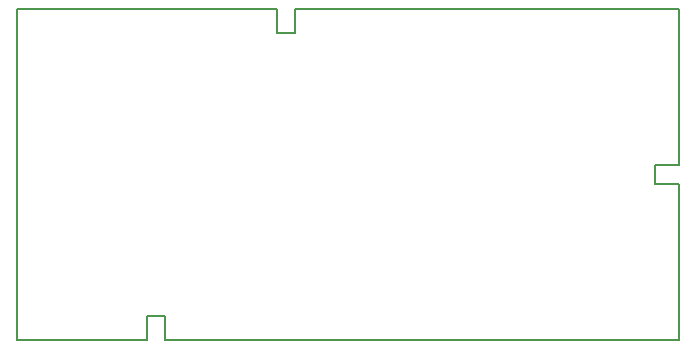
<source format=gm1>
G04 #@! TF.FileFunction,Profile,NP*
%FSLAX46Y46*%
G04 Gerber Fmt 4.6, Leading zero omitted, Abs format (unit mm)*
G04 Created by KiCad (PCBNEW 4.0.7) date 03/28/18 09:41:18*
%MOMM*%
%LPD*%
G01*
G04 APERTURE LIST*
%ADD10C,0.100000*%
%ADD11C,0.150000*%
G04 APERTURE END LIST*
D10*
D11*
X140600000Y-107500000D02*
X140600000Y-94300000D01*
X140600000Y-109100000D02*
X140600000Y-122300000D01*
X138600000Y-107500000D02*
X140600000Y-107500000D01*
X138600000Y-109100000D02*
X138600000Y-107500000D01*
X140600000Y-109100000D02*
X138600000Y-109100000D01*
X97100000Y-122300000D02*
X140600000Y-122300000D01*
X84600000Y-122300000D02*
X95600000Y-122300000D01*
X108100000Y-94300000D02*
X140600000Y-94300000D01*
X84600000Y-94300000D02*
X106600000Y-94300000D01*
X108100000Y-96300000D02*
X108100000Y-94300000D01*
X106600000Y-96300000D02*
X108100000Y-96300000D01*
X106600000Y-94300000D02*
X106600000Y-96300000D01*
X97100000Y-120300000D02*
X97100000Y-122300000D01*
X95600000Y-120300000D02*
X97100000Y-120300000D01*
X95600000Y-122300000D02*
X95600000Y-120300000D01*
X84600000Y-94300000D02*
X84600000Y-122300000D01*
M02*

</source>
